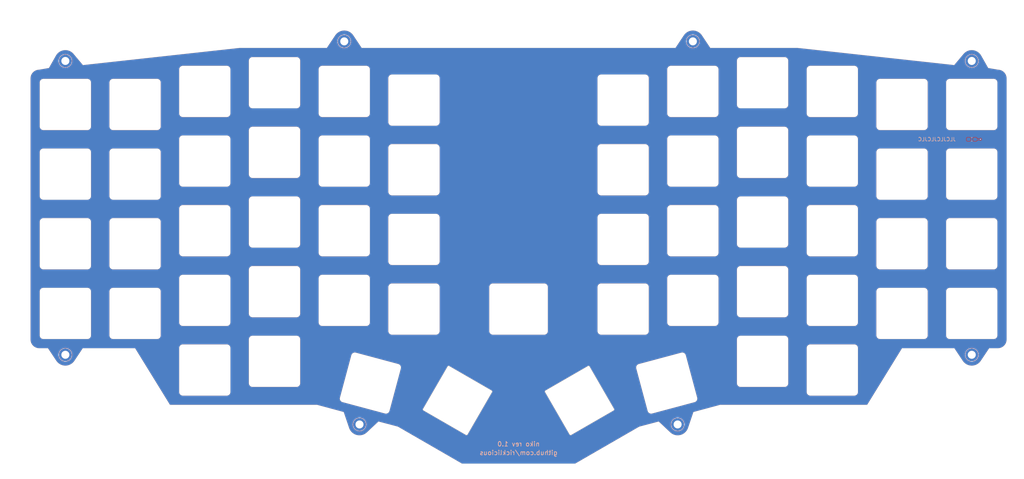
<source format=kicad_pcb>
(kicad_pcb (version 20171130) (host pcbnew "(5.1.4-0)")
  (layers (0 F.Cu signal) (31 B.Cu signal) (34 B.Paste user) (35 F.Paste user) (36 B.SilkS user) (37 F.SilkS user) (38 B.Mask user) (39 F.Mask user) (44 Edge.Cuts user))
  (net 0 "")
  (net 1 GND)
  (module Keeb_footprints:MX100_cutout_plated (layer F.Cu) (at 321.4701 90.48788)
    (fp_text reference U60)
    (fp_text value HOLE)
    (fp_arc (start -6 -6) (end -6 -7) (angle -90) (layer Edge.Cuts) (width 0.05))
    (fp_arc (start 6 6) (end 6 7) (angle -90) (layer Edge.Cuts) (width 0.05))
    (fp_arc (start 6 -6) (end 7 -6) (angle -90) (layer Edge.Cuts) (width 0.05))
    (fp_arc (start -6 6) (end -7 6) (angle -90) (layer Edge.Cuts) (width 0.05))
    (fp_line (start -6 7) (end 6 7) (layer Edge.Cuts) (width 0.05))
    (fp_line (start 7 -6) (end 7 6) (layer Edge.Cuts) (width 0.05))
    (fp_line (start -6 -7) (end 6 -7) (layer Edge.Cuts) (width 0.05))
    (fp_line (start -7 6) (end -7 -6) (layer Edge.Cuts) (width 0.05))
  )
  (module Keeb_footprints:MX100_cutout_plated (layer F.Cu) (at 302.42002 90.48788)
    (fp_text reference U59)
    (fp_text value HOLE)
    (fp_arc (start -6 -6) (end -6 -7) (angle -90) (layer Edge.Cuts) (width 0.05))
    (fp_arc (start 6 6) (end 6 7) (angle -90) (layer Edge.Cuts) (width 0.05))
    (fp_arc (start 6 -6) (end 7 -6) (angle -90) (layer Edge.Cuts) (width 0.05))
    (fp_arc (start -6 6) (end -7 6) (angle -90) (layer Edge.Cuts) (width 0.05))
    (fp_line (start -6 7) (end 6 7) (layer Edge.Cuts) (width 0.05))
    (fp_line (start 7 -6) (end 7 6) (layer Edge.Cuts) (width 0.05))
    (fp_line (start -6 -7) (end 6 -7) (layer Edge.Cuts) (width 0.05))
    (fp_line (start -7 6) (end -7 -6) (layer Edge.Cuts) (width 0.05))
  )
  (module Keeb_footprints:MX100_cutout_plated (layer F.Cu) (at 283.36994 86.91599)
    (fp_text reference U58)
    (fp_text value HOLE)
    (fp_arc (start -6 -6) (end -6 -7) (angle -90) (layer Edge.Cuts) (width 0.05))
    (fp_arc (start 6 6) (end 6 7) (angle -90) (layer Edge.Cuts) (width 0.05))
    (fp_arc (start 6 -6) (end 7 -6) (angle -90) (layer Edge.Cuts) (width 0.05))
    (fp_arc (start -6 6) (end -7 6) (angle -90) (layer Edge.Cuts) (width 0.05))
    (fp_line (start -6 7) (end 6 7) (layer Edge.Cuts) (width 0.05))
    (fp_line (start 7 -6) (end 7 6) (layer Edge.Cuts) (width 0.05))
    (fp_line (start -6 -7) (end 6 -7) (layer Edge.Cuts) (width 0.05))
    (fp_line (start -7 6) (end -7 -6) (layer Edge.Cuts) (width 0.05))
  )
  (module Keeb_footprints:MX100_cutout_plated (layer F.Cu) (at 264.31986 84.53473)
    (fp_text reference U57)
    (fp_text value HOLE)
    (fp_arc (start -6 -6) (end -6 -7) (angle -90) (layer Edge.Cuts) (width 0.05))
    (fp_arc (start 6 6) (end 6 7) (angle -90) (layer Edge.Cuts) (width 0.05))
    (fp_arc (start 6 -6) (end 7 -6) (angle -90) (layer Edge.Cuts) (width 0.05))
    (fp_arc (start -6 6) (end -7 6) (angle -90) (layer Edge.Cuts) (width 0.05))
    (fp_line (start -6 7) (end 6 7) (layer Edge.Cuts) (width 0.05))
    (fp_line (start 7 -6) (end 7 6) (layer Edge.Cuts) (width 0.05))
    (fp_line (start -6 -7) (end 6 -7) (layer Edge.Cuts) (width 0.05))
    (fp_line (start -7 6) (end -7 -6) (layer Edge.Cuts) (width 0.05))
  )
  (module Keeb_footprints:MX100_cutout_plated (layer F.Cu) (at 245.26978 86.91599)
    (fp_text reference U56)
    (fp_text value HOLE)
    (fp_arc (start -6 -6) (end -6 -7) (angle -90) (layer Edge.Cuts) (width 0.05))
    (fp_arc (start 6 6) (end 6 7) (angle -90) (layer Edge.Cuts) (width 0.05))
    (fp_arc (start 6 -6) (end 7 -6) (angle -90) (layer Edge.Cuts) (width 0.05))
    (fp_arc (start -6 6) (end -7 6) (angle -90) (layer Edge.Cuts) (width 0.05))
    (fp_line (start -6 7) (end 6 7) (layer Edge.Cuts) (width 0.05))
    (fp_line (start 7 -6) (end 7 6) (layer Edge.Cuts) (width 0.05))
    (fp_line (start -6 -7) (end 6 -7) (layer Edge.Cuts) (width 0.05))
    (fp_line (start -7 6) (end -7 -6) (layer Edge.Cuts) (width 0.05))
  )
  (module Keeb_footprints:MX100_cutout_plated (layer F.Cu) (at 226.2197 89.29725)
    (fp_text reference U55)
    (fp_text value HOLE)
    (fp_arc (start -6 -6) (end -6 -7) (angle -90) (layer Edge.Cuts) (width 0.05))
    (fp_arc (start 6 6) (end 6 7) (angle -90) (layer Edge.Cuts) (width 0.05))
    (fp_arc (start 6 -6) (end 7 -6) (angle -90) (layer Edge.Cuts) (width 0.05))
    (fp_arc (start -6 6) (end -7 6) (angle -90) (layer Edge.Cuts) (width 0.05))
    (fp_line (start -6 7) (end 6 7) (layer Edge.Cuts) (width 0.05))
    (fp_line (start 7 -6) (end 7 6) (layer Edge.Cuts) (width 0.05))
    (fp_line (start -6 -7) (end 6 -7) (layer Edge.Cuts) (width 0.05))
    (fp_line (start -7 6) (end -7 -6) (layer Edge.Cuts) (width 0.05))
  )
  (module Keeb_footprints:MX100_cutout_plated (layer F.Cu) (at 169.06946 89.29725)
    (fp_text reference U54)
    (fp_text value HOLE)
    (fp_arc (start -6 -6) (end -6 -7) (angle -90) (layer Edge.Cuts) (width 0.05))
    (fp_arc (start 6 6) (end 6 7) (angle -90) (layer Edge.Cuts) (width 0.05))
    (fp_arc (start 6 -6) (end 7 -6) (angle -90) (layer Edge.Cuts) (width 0.05))
    (fp_arc (start -6 6) (end -7 6) (angle -90) (layer Edge.Cuts) (width 0.05))
    (fp_line (start -6 7) (end 6 7) (layer Edge.Cuts) (width 0.05))
    (fp_line (start 7 -6) (end 7 6) (layer Edge.Cuts) (width 0.05))
    (fp_line (start -6 -7) (end 6 -7) (layer Edge.Cuts) (width 0.05))
    (fp_line (start -7 6) (end -7 -6) (layer Edge.Cuts) (width 0.05))
  )
  (module Keeb_footprints:MX100_cutout_plated (layer F.Cu) (at 150.01938 86.91599)
    (fp_text reference U53)
    (fp_text value HOLE)
    (fp_arc (start -6 -6) (end -6 -7) (angle -90) (layer Edge.Cuts) (width 0.05))
    (fp_arc (start 6 6) (end 6 7) (angle -90) (layer Edge.Cuts) (width 0.05))
    (fp_arc (start 6 -6) (end 7 -6) (angle -90) (layer Edge.Cuts) (width 0.05))
    (fp_arc (start -6 6) (end -7 6) (angle -90) (layer Edge.Cuts) (width 0.05))
    (fp_line (start -6 7) (end 6 7) (layer Edge.Cuts) (width 0.05))
    (fp_line (start 7 -6) (end 7 6) (layer Edge.Cuts) (width 0.05))
    (fp_line (start -6 -7) (end 6 -7) (layer Edge.Cuts) (width 0.05))
    (fp_line (start -7 6) (end -7 -6) (layer Edge.Cuts) (width 0.05))
  )
  (module Keeb_footprints:MX100_cutout_plated (layer F.Cu) (at 130.9693 84.53473)
    (fp_text reference U52)
    (fp_text value HOLE)
    (fp_arc (start -6 -6) (end -6 -7) (angle -90) (layer Edge.Cuts) (width 0.05))
    (fp_arc (start 6 6) (end 6 7) (angle -90) (layer Edge.Cuts) (width 0.05))
    (fp_arc (start 6 -6) (end 7 -6) (angle -90) (layer Edge.Cuts) (width 0.05))
    (fp_arc (start -6 6) (end -7 6) (angle -90) (layer Edge.Cuts) (width 0.05))
    (fp_line (start -6 7) (end 6 7) (layer Edge.Cuts) (width 0.05))
    (fp_line (start 7 -6) (end 7 6) (layer Edge.Cuts) (width 0.05))
    (fp_line (start -6 -7) (end 6 -7) (layer Edge.Cuts) (width 0.05))
    (fp_line (start -7 6) (end -7 -6) (layer Edge.Cuts) (width 0.05))
  )
  (module Keeb_footprints:MX100_cutout_plated (layer F.Cu) (at 111.91922 86.91599)
    (fp_text reference U51)
    (fp_text value HOLE)
    (fp_arc (start -6 -6) (end -6 -7) (angle -90) (layer Edge.Cuts) (width 0.05))
    (fp_arc (start 6 6) (end 6 7) (angle -90) (layer Edge.Cuts) (width 0.05))
    (fp_arc (start 6 -6) (end 7 -6) (angle -90) (layer Edge.Cuts) (width 0.05))
    (fp_arc (start -6 6) (end -7 6) (angle -90) (layer Edge.Cuts) (width 0.05))
    (fp_line (start -6 7) (end 6 7) (layer Edge.Cuts) (width 0.05))
    (fp_line (start 7 -6) (end 7 6) (layer Edge.Cuts) (width 0.05))
    (fp_line (start -6 -7) (end 6 -7) (layer Edge.Cuts) (width 0.05))
    (fp_line (start -7 6) (end -7 -6) (layer Edge.Cuts) (width 0.05))
  )
  (module Keeb_footprints:MX100_cutout_plated (layer F.Cu) (at 92.86914 90.48788)
    (fp_text reference U50)
    (fp_text value HOLE)
    (fp_arc (start -6 -6) (end -6 -7) (angle -90) (layer Edge.Cuts) (width 0.05))
    (fp_arc (start 6 6) (end 6 7) (angle -90) (layer Edge.Cuts) (width 0.05))
    (fp_arc (start 6 -6) (end 7 -6) (angle -90) (layer Edge.Cuts) (width 0.05))
    (fp_arc (start -6 6) (end -7 6) (angle -90) (layer Edge.Cuts) (width 0.05))
    (fp_line (start -6 7) (end 6 7) (layer Edge.Cuts) (width 0.05))
    (fp_line (start 7 -6) (end 7 6) (layer Edge.Cuts) (width 0.05))
    (fp_line (start -6 -7) (end 6 -7) (layer Edge.Cuts) (width 0.05))
    (fp_line (start -7 6) (end -7 -6) (layer Edge.Cuts) (width 0.05))
  )
  (module Keeb_footprints:MX100_cutout_plated (layer F.Cu) (at 73.81906 90.48788)
    (fp_text reference U49)
    (fp_text value HOLE)
    (fp_arc (start -6 -6) (end -6 -7) (angle -90) (layer Edge.Cuts) (width 0.05))
    (fp_arc (start 6 6) (end 6 7) (angle -90) (layer Edge.Cuts) (width 0.05))
    (fp_arc (start 6 -6) (end 7 -6) (angle -90) (layer Edge.Cuts) (width 0.05))
    (fp_arc (start -6 6) (end -7 6) (angle -90) (layer Edge.Cuts) (width 0.05))
    (fp_line (start -6 7) (end 6 7) (layer Edge.Cuts) (width 0.05))
    (fp_line (start 7 -6) (end 7 6) (layer Edge.Cuts) (width 0.05))
    (fp_line (start -6 -7) (end 6 -7) (layer Edge.Cuts) (width 0.05))
    (fp_line (start -7 6) (end -7 -6) (layer Edge.Cuts) (width 0.05))
  )
  (module Keeb_footprints:MX100_cutout_plated (layer F.Cu) (at 283.36994 163.11631)
    (fp_text reference U46)
    (fp_text value HOLE)
    (fp_arc (start -6 -6) (end -6 -7) (angle -90) (layer Edge.Cuts) (width 0.05))
    (fp_arc (start 6 6) (end 6 7) (angle -90) (layer Edge.Cuts) (width 0.05))
    (fp_arc (start 6 -6) (end 7 -6) (angle -90) (layer Edge.Cuts) (width 0.05))
    (fp_arc (start -6 6) (end -7 6) (angle -90) (layer Edge.Cuts) (width 0.05))
    (fp_line (start -6 7) (end 6 7) (layer Edge.Cuts) (width 0.05))
    (fp_line (start 7 -6) (end 7 6) (layer Edge.Cuts) (width 0.05))
    (fp_line (start -6 -7) (end 6 -7) (layer Edge.Cuts) (width 0.05))
    (fp_line (start -7 6) (end -7 -6) (layer Edge.Cuts) (width 0.05))
  )
  (module Keeb_footprints:MX100_cutout_plated (layer F.Cu) (at 264.31986 160.73505)
    (fp_text reference U45)
    (fp_text value HOLE)
    (fp_arc (start -6 -6) (end -6 -7) (angle -90) (layer Edge.Cuts) (width 0.05))
    (fp_arc (start 6 6) (end 6 7) (angle -90) (layer Edge.Cuts) (width 0.05))
    (fp_arc (start 6 -6) (end 7 -6) (angle -90) (layer Edge.Cuts) (width 0.05))
    (fp_arc (start -6 6) (end -7 6) (angle -90) (layer Edge.Cuts) (width 0.05))
    (fp_line (start -6 7) (end 6 7) (layer Edge.Cuts) (width 0.05))
    (fp_line (start 7 -6) (end 7 6) (layer Edge.Cuts) (width 0.05))
    (fp_line (start -6 -7) (end 6 -7) (layer Edge.Cuts) (width 0.05))
    (fp_line (start -7 6) (end -7 -6) (layer Edge.Cuts) (width 0.05))
  )
  (module Keeb_footprints:MX100_cutout_plated (layer F.Cu) (at 238.126 166.6882 195)
    (fp_text reference U44)
    (fp_text value HOLE)
    (fp_arc (start -6 -6) (end -6 -7) (angle -90) (layer Edge.Cuts) (width 0.05))
    (fp_arc (start 6 6) (end 6 7) (angle -90) (layer Edge.Cuts) (width 0.05))
    (fp_arc (start 6 -6) (end 7 -6) (angle -90) (layer Edge.Cuts) (width 0.05))
    (fp_arc (start -6 6) (end -7 6) (angle -90) (layer Edge.Cuts) (width 0.05))
    (fp_line (start -6 7) (end 6 7) (layer Edge.Cuts) (width 0.05))
    (fp_line (start 7 -6) (end 7 6) (layer Edge.Cuts) (width 0.05))
    (fp_line (start -6 -7) (end 6 -7) (layer Edge.Cuts) (width 0.05))
    (fp_line (start -7 6) (end -7 -6) (layer Edge.Cuts) (width 0.05))
  )
  (module Keeb_footprints:MX_150_cutout_plated (layer F.Cu) (at 214.3134 171.45072 120)
    (fp_text reference U43)
    (fp_text value HOLE hide)
    (fp_line (start 7 6.7) (end 7 -6.7) (layer Edge.Cuts) (width 0.1))
    (fp_line (start -7 6.7) (end -7 -6.7) (layer Edge.Cuts) (width 0.1))
    (fp_line (start 6.7 7) (end -6.7 7) (layer Edge.Cuts) (width 0.1))
    (fp_line (start 6.7 -7) (end -6.7 -7) (layer Edge.Cuts) (width 0.1))
    (fp_arc (start -6.7 6.7) (end -7 6.7) (angle -90) (layer Edge.Cuts) (width 0.1))
    (fp_arc (start -6.7 -6.7) (end -6.7 -7) (angle -90) (layer Edge.Cuts) (width 0.1))
    (fp_arc (start 6.7 -6.7) (end 7 -6.7) (angle -90) (layer Edge.Cuts) (width 0.1))
    (fp_arc (start 6.7 6.7) (end 6.7 7) (angle -90) (layer Edge.Cuts) (width 0.1))
  )
  (module Keeb_footprints:MX_150_cutout_plated (layer F.Cu) (at 180.97576 171.45072 60)
    (fp_text reference U42)
    (fp_text value HOLE hide)
    (fp_line (start 7 6.7) (end 7 -6.7) (layer Edge.Cuts) (width 0.1))
    (fp_line (start -7 6.7) (end -7 -6.7) (layer Edge.Cuts) (width 0.1))
    (fp_line (start 6.7 7) (end -6.7 7) (layer Edge.Cuts) (width 0.1))
    (fp_line (start 6.7 -7) (end -6.7 -7) (layer Edge.Cuts) (width 0.1))
    (fp_arc (start -6.7 6.7) (end -7 6.7) (angle -90) (layer Edge.Cuts) (width 0.1))
    (fp_arc (start -6.7 -6.7) (end -6.7 -7) (angle -90) (layer Edge.Cuts) (width 0.1))
    (fp_arc (start 6.7 -6.7) (end 7 -6.7) (angle -90) (layer Edge.Cuts) (width 0.1))
    (fp_arc (start 6.7 6.7) (end 6.7 7) (angle -90) (layer Edge.Cuts) (width 0.1))
  )
  (module Keeb_footprints:MX100_cutout_plated (layer F.Cu) (at 157.16316 166.6882 165)
    (fp_text reference U41)
    (fp_text value HOLE)
    (fp_arc (start -6 -6) (end -6 -7) (angle -90) (layer Edge.Cuts) (width 0.05))
    (fp_arc (start 6 6) (end 6 7) (angle -90) (layer Edge.Cuts) (width 0.05))
    (fp_arc (start 6 -6) (end 7 -6) (angle -90) (layer Edge.Cuts) (width 0.05))
    (fp_arc (start -6 6) (end -7 6) (angle -90) (layer Edge.Cuts) (width 0.05))
    (fp_line (start -6 7) (end 6 7) (layer Edge.Cuts) (width 0.05))
    (fp_line (start 7 -6) (end 7 6) (layer Edge.Cuts) (width 0.05))
    (fp_line (start -6 -7) (end 6 -7) (layer Edge.Cuts) (width 0.05))
    (fp_line (start -7 6) (end -7 -6) (layer Edge.Cuts) (width 0.05))
  )
  (module Keeb_footprints:MX100_cutout_plated (layer F.Cu) (at 130.9693 160.73505)
    (fp_text reference U40)
    (fp_text value HOLE)
    (fp_arc (start -6 -6) (end -6 -7) (angle -90) (layer Edge.Cuts) (width 0.05))
    (fp_arc (start 6 6) (end 6 7) (angle -90) (layer Edge.Cuts) (width 0.05))
    (fp_arc (start 6 -6) (end 7 -6) (angle -90) (layer Edge.Cuts) (width 0.05))
    (fp_arc (start -6 6) (end -7 6) (angle -90) (layer Edge.Cuts) (width 0.05))
    (fp_line (start -6 7) (end 6 7) (layer Edge.Cuts) (width 0.05))
    (fp_line (start 7 -6) (end 7 6) (layer Edge.Cuts) (width 0.05))
    (fp_line (start -6 -7) (end 6 -7) (layer Edge.Cuts) (width 0.05))
    (fp_line (start -7 6) (end -7 -6) (layer Edge.Cuts) (width 0.05))
  )
  (module Keeb_footprints:MX100_cutout_plated (layer F.Cu) (at 111.91922 163.11631)
    (fp_text reference U39)
    (fp_text value HOLE)
    (fp_arc (start -6 -6) (end -6 -7) (angle -90) (layer Edge.Cuts) (width 0.05))
    (fp_arc (start 6 6) (end 6 7) (angle -90) (layer Edge.Cuts) (width 0.05))
    (fp_arc (start 6 -6) (end 7 -6) (angle -90) (layer Edge.Cuts) (width 0.05))
    (fp_arc (start -6 6) (end -7 6) (angle -90) (layer Edge.Cuts) (width 0.05))
    (fp_line (start -6 7) (end 6 7) (layer Edge.Cuts) (width 0.05))
    (fp_line (start 7 -6) (end 7 6) (layer Edge.Cuts) (width 0.05))
    (fp_line (start -6 -7) (end 6 -7) (layer Edge.Cuts) (width 0.05))
    (fp_line (start -7 6) (end -7 -6) (layer Edge.Cuts) (width 0.05))
  )
  (module Keeb_footprints:MX100_cutout_plated (layer F.Cu) (at 321.4701 147.63812)
    (fp_text reference U36)
    (fp_text value HOLE)
    (fp_arc (start -6 -6) (end -6 -7) (angle -90) (layer Edge.Cuts) (width 0.05))
    (fp_arc (start 6 6) (end 6 7) (angle -90) (layer Edge.Cuts) (width 0.05))
    (fp_arc (start 6 -6) (end 7 -6) (angle -90) (layer Edge.Cuts) (width 0.05))
    (fp_arc (start -6 6) (end -7 6) (angle -90) (layer Edge.Cuts) (width 0.05))
    (fp_line (start -6 7) (end 6 7) (layer Edge.Cuts) (width 0.05))
    (fp_line (start 7 -6) (end 7 6) (layer Edge.Cuts) (width 0.05))
    (fp_line (start -6 -7) (end 6 -7) (layer Edge.Cuts) (width 0.05))
    (fp_line (start -7 6) (end -7 -6) (layer Edge.Cuts) (width 0.05))
  )
  (module Keeb_footprints:MX100_cutout_plated (layer F.Cu) (at 302.42002 147.63812)
    (fp_text reference U35)
    (fp_text value HOLE)
    (fp_arc (start -6 -6) (end -6 -7) (angle -90) (layer Edge.Cuts) (width 0.05))
    (fp_arc (start 6 6) (end 6 7) (angle -90) (layer Edge.Cuts) (width 0.05))
    (fp_arc (start 6 -6) (end 7 -6) (angle -90) (layer Edge.Cuts) (width 0.05))
    (fp_arc (start -6 6) (end -7 6) (angle -90) (layer Edge.Cuts) (width 0.05))
    (fp_line (start -6 7) (end 6 7) (layer Edge.Cuts) (width 0.05))
    (fp_line (start 7 -6) (end 7 6) (layer Edge.Cuts) (width 0.05))
    (fp_line (start -6 -7) (end 6 -7) (layer Edge.Cuts) (width 0.05))
    (fp_line (start -7 6) (end -7 -6) (layer Edge.Cuts) (width 0.05))
  )
  (module Keeb_footprints:MX100_cutout_plated (layer F.Cu) (at 283.36994 144.06623)
    (fp_text reference U34)
    (fp_text value HOLE)
    (fp_arc (start -6 -6) (end -6 -7) (angle -90) (layer Edge.Cuts) (width 0.05))
    (fp_arc (start 6 6) (end 6 7) (angle -90) (layer Edge.Cuts) (width 0.05))
    (fp_arc (start 6 -6) (end 7 -6) (angle -90) (layer Edge.Cuts) (width 0.05))
    (fp_arc (start -6 6) (end -7 6) (angle -90) (layer Edge.Cuts) (width 0.05))
    (fp_line (start -6 7) (end 6 7) (layer Edge.Cuts) (width 0.05))
    (fp_line (start 7 -6) (end 7 6) (layer Edge.Cuts) (width 0.05))
    (fp_line (start -6 -7) (end 6 -7) (layer Edge.Cuts) (width 0.05))
    (fp_line (start -7 6) (end -7 -6) (layer Edge.Cuts) (width 0.05))
  )
  (module Keeb_footprints:MX100_cutout_plated (layer F.Cu) (at 264.31986 141.68497)
    (fp_text reference U33)
    (fp_text value HOLE)
    (fp_arc (start -6 -6) (end -6 -7) (angle -90) (layer Edge.Cuts) (width 0.05))
    (fp_arc (start 6 6) (end 6 7) (angle -90) (layer Edge.Cuts) (width 0.05))
    (fp_arc (start 6 -6) (end 7 -6) (angle -90) (layer Edge.Cuts) (width 0.05))
    (fp_arc (start -6 6) (end -7 6) (angle -90) (layer Edge.Cuts) (width 0.05))
    (fp_line (start -6 7) (end 6 7) (layer Edge.Cuts) (width 0.05))
    (fp_line (start 7 -6) (end 7 6) (layer Edge.Cuts) (width 0.05))
    (fp_line (start -6 -7) (end 6 -7) (layer Edge.Cuts) (width 0.05))
    (fp_line (start -7 6) (end -7 -6) (layer Edge.Cuts) (width 0.05))
  )
  (module Keeb_footprints:MX100_cutout_plated (layer F.Cu) (at 245.26978 144.06623)
    (fp_text reference U32)
    (fp_text value HOLE)
    (fp_arc (start -6 -6) (end -6 -7) (angle -90) (layer Edge.Cuts) (width 0.05))
    (fp_arc (start 6 6) (end 6 7) (angle -90) (layer Edge.Cuts) (width 0.05))
    (fp_arc (start 6 -6) (end 7 -6) (angle -90) (layer Edge.Cuts) (width 0.05))
    (fp_arc (start -6 6) (end -7 6) (angle -90) (layer Edge.Cuts) (width 0.05))
    (fp_line (start -6 7) (end 6 7) (layer Edge.Cuts) (width 0.05))
    (fp_line (start 7 -6) (end 7 6) (layer Edge.Cuts) (width 0.05))
    (fp_line (start -6 -7) (end 6 -7) (layer Edge.Cuts) (width 0.05))
    (fp_line (start -7 6) (end -7 -6) (layer Edge.Cuts) (width 0.05))
  )
  (module Keeb_footprints:MX100_cutout_plated (layer F.Cu) (at 226.2197 146.44749)
    (fp_text reference U31)
    (fp_text value HOLE)
    (fp_arc (start -6 -6) (end -6 -7) (angle -90) (layer Edge.Cuts) (width 0.05))
    (fp_arc (start 6 6) (end 6 7) (angle -90) (layer Edge.Cuts) (width 0.05))
    (fp_arc (start 6 -6) (end 7 -6) (angle -90) (layer Edge.Cuts) (width 0.05))
    (fp_arc (start -6 6) (end -7 6) (angle -90) (layer Edge.Cuts) (width 0.05))
    (fp_line (start -6 7) (end 6 7) (layer Edge.Cuts) (width 0.05))
    (fp_line (start 7 -6) (end 7 6) (layer Edge.Cuts) (width 0.05))
    (fp_line (start -6 -7) (end 6 -7) (layer Edge.Cuts) (width 0.05))
    (fp_line (start -7 6) (end -7 -6) (layer Edge.Cuts) (width 0.05))
  )
  (module Keeb_footprints:MX100_cutout_plated (layer F.Cu) (at 169.06946 146.44749)
    (fp_text reference U30)
    (fp_text value HOLE)
    (fp_arc (start -6 -6) (end -6 -7) (angle -90) (layer Edge.Cuts) (width 0.05))
    (fp_arc (start 6 6) (end 6 7) (angle -90) (layer Edge.Cuts) (width 0.05))
    (fp_arc (start 6 -6) (end 7 -6) (angle -90) (layer Edge.Cuts) (width 0.05))
    (fp_arc (start -6 6) (end -7 6) (angle -90) (layer Edge.Cuts) (width 0.05))
    (fp_line (start -6 7) (end 6 7) (layer Edge.Cuts) (width 0.05))
    (fp_line (start 7 -6) (end 7 6) (layer Edge.Cuts) (width 0.05))
    (fp_line (start -6 -7) (end 6 -7) (layer Edge.Cuts) (width 0.05))
    (fp_line (start -7 6) (end -7 -6) (layer Edge.Cuts) (width 0.05))
  )
  (module Keeb_footprints:MX100_cutout_plated (layer F.Cu) (at 150.01938 144.06623)
    (fp_text reference U29)
    (fp_text value HOLE)
    (fp_arc (start -6 -6) (end -6 -7) (angle -90) (layer Edge.Cuts) (width 0.05))
    (fp_arc (start 6 6) (end 6 7) (angle -90) (layer Edge.Cuts) (width 0.05))
    (fp_arc (start 6 -6) (end 7 -6) (angle -90) (layer Edge.Cuts) (width 0.05))
    (fp_arc (start -6 6) (end -7 6) (angle -90) (layer Edge.Cuts) (width 0.05))
    (fp_line (start -6 7) (end 6 7) (layer Edge.Cuts) (width 0.05))
    (fp_line (start 7 -6) (end 7 6) (layer Edge.Cuts) (width 0.05))
    (fp_line (start -6 -7) (end 6 -7) (layer Edge.Cuts) (width 0.05))
    (fp_line (start -7 6) (end -7 -6) (layer Edge.Cuts) (width 0.05))
  )
  (module Keeb_footprints:MX100_cutout_plated (layer F.Cu) (at 130.9693 141.68497)
    (fp_text reference U28)
    (fp_text value HOLE)
    (fp_arc (start -6 -6) (end -6 -7) (angle -90) (layer Edge.Cuts) (width 0.05))
    (fp_arc (start 6 6) (end 6 7) (angle -90) (layer Edge.Cuts) (width 0.05))
    (fp_arc (start 6 -6) (end 7 -6) (angle -90) (layer Edge.Cuts) (width 0.05))
    (fp_arc (start -6 6) (end -7 6) (angle -90) (layer Edge.Cuts) (width 0.05))
    (fp_line (start -6 7) (end 6 7) (layer Edge.Cuts) (width 0.05))
    (fp_line (start 7 -6) (end 7 6) (layer Edge.Cuts) (width 0.05))
    (fp_line (start -6 -7) (end 6 -7) (layer Edge.Cuts) (width 0.05))
    (fp_line (start -7 6) (end -7 -6) (layer Edge.Cuts) (width 0.05))
  )
  (module Keeb_footprints:MX100_cutout_plated (layer F.Cu) (at 111.91922 144.06623)
    (fp_text reference U27)
    (fp_text value HOLE)
    (fp_arc (start -6 -6) (end -6 -7) (angle -90) (layer Edge.Cuts) (width 0.05))
    (fp_arc (start 6 6) (end 6 7) (angle -90) (layer Edge.Cuts) (width 0.05))
    (fp_arc (start 6 -6) (end 7 -6) (angle -90) (layer Edge.Cuts) (width 0.05))
    (fp_arc (start -6 6) (end -7 6) (angle -90) (layer Edge.Cuts) (width 0.05))
    (fp_line (start -6 7) (end 6 7) (layer Edge.Cuts) (width 0.05))
    (fp_line (start 7 -6) (end 7 6) (layer Edge.Cuts) (width 0.05))
    (fp_line (start -6 -7) (end 6 -7) (layer Edge.Cuts) (width 0.05))
    (fp_line (start -7 6) (end -7 -6) (layer Edge.Cuts) (width 0.05))
  )
  (module Keeb_footprints:MX100_cutout_plated (layer F.Cu) (at 92.86914 147.63812)
    (fp_text reference U26)
    (fp_text value HOLE)
    (fp_arc (start -6 -6) (end -6 -7) (angle -90) (layer Edge.Cuts) (width 0.05))
    (fp_arc (start 6 6) (end 6 7) (angle -90) (layer Edge.Cuts) (width 0.05))
    (fp_arc (start 6 -6) (end 7 -6) (angle -90) (layer Edge.Cuts) (width 0.05))
    (fp_arc (start -6 6) (end -7 6) (angle -90) (layer Edge.Cuts) (width 0.05))
    (fp_line (start -6 7) (end 6 7) (layer Edge.Cuts) (width 0.05))
    (fp_line (start 7 -6) (end 7 6) (layer Edge.Cuts) (width 0.05))
    (fp_line (start -6 -7) (end 6 -7) (layer Edge.Cuts) (width 0.05))
    (fp_line (start -7 6) (end -7 -6) (layer Edge.Cuts) (width 0.05))
  )
  (module Keeb_footprints:MX100_cutout_plated (layer F.Cu) (at 73.81906 147.63812)
    (fp_text reference U25)
    (fp_text value HOLE)
    (fp_arc (start -6 -6) (end -6 -7) (angle -90) (layer Edge.Cuts) (width 0.05))
    (fp_arc (start 6 6) (end 6 7) (angle -90) (layer Edge.Cuts) (width 0.05))
    (fp_arc (start 6 -6) (end 7 -6) (angle -90) (layer Edge.Cuts) (width 0.05))
    (fp_arc (start -6 6) (end -7 6) (angle -90) (layer Edge.Cuts) (width 0.05))
    (fp_line (start -6 7) (end 6 7) (layer Edge.Cuts) (width 0.05))
    (fp_line (start 7 -6) (end 7 6) (layer Edge.Cuts) (width 0.05))
    (fp_line (start -6 -7) (end 6 -7) (layer Edge.Cuts) (width 0.05))
    (fp_line (start -7 6) (end -7 -6) (layer Edge.Cuts) (width 0.05))
  )
  (module Keeb_footprints:MX100_cutout_plated (layer F.Cu) (at 321.4701 128.58804)
    (fp_text reference U24)
    (fp_text value HOLE)
    (fp_arc (start -6 -6) (end -6 -7) (angle -90) (layer Edge.Cuts) (width 0.05))
    (fp_arc (start 6 6) (end 6 7) (angle -90) (layer Edge.Cuts) (width 0.05))
    (fp_arc (start 6 -6) (end 7 -6) (angle -90) (layer Edge.Cuts) (width 0.05))
    (fp_arc (start -6 6) (end -7 6) (angle -90) (layer Edge.Cuts) (width 0.05))
    (fp_line (start -6 7) (end 6 7) (layer Edge.Cuts) (width 0.05))
    (fp_line (start 7 -6) (end 7 6) (layer Edge.Cuts) (width 0.05))
    (fp_line (start -6 -7) (end 6 -7) (layer Edge.Cuts) (width 0.05))
    (fp_line (start -7 6) (end -7 -6) (layer Edge.Cuts) (width 0.05))
  )
  (module Keeb_footprints:MX100_cutout_plated (layer F.Cu) (at 302.42002 128.58804)
    (fp_text reference U23)
    (fp_text value HOLE)
    (fp_arc (start -6 -6) (end -6 -7) (angle -90) (layer Edge.Cuts) (width 0.05))
    (fp_arc (start 6 6) (end 6 7) (angle -90) (layer Edge.Cuts) (width 0.05))
    (fp_arc (start 6 -6) (end 7 -6) (angle -90) (layer Edge.Cuts) (width 0.05))
    (fp_arc (start -6 6) (end -7 6) (angle -90) (layer Edge.Cuts) (width 0.05))
    (fp_line (start -6 7) (end 6 7) (layer Edge.Cuts) (width 0.05))
    (fp_line (start 7 -6) (end 7 6) (layer Edge.Cuts) (width 0.05))
    (fp_line (start -6 -7) (end 6 -7) (layer Edge.Cuts) (width 0.05))
    (fp_line (start -7 6) (end -7 -6) (layer Edge.Cuts) (width 0.05))
  )
  (module Keeb_footprints:MX100_cutout_plated (layer F.Cu) (at 283.36994 125.01615)
    (fp_text reference U22)
    (fp_text value HOLE)
    (fp_arc (start -6 -6) (end -6 -7) (angle -90) (layer Edge.Cuts) (width 0.05))
    (fp_arc (start 6 6) (end 6 7) (angle -90) (layer Edge.Cuts) (width 0.05))
    (fp_arc (start 6 -6) (end 7 -6) (angle -90) (layer Edge.Cuts) (width 0.05))
    (fp_arc (start -6 6) (end -7 6) (angle -90) (layer Edge.Cuts) (width 0.05))
    (fp_line (start -6 7) (end 6 7) (layer Edge.Cuts) (width 0.05))
    (fp_line (start 7 -6) (end 7 6) (layer Edge.Cuts) (width 0.05))
    (fp_line (start -6 -7) (end 6 -7) (layer Edge.Cuts) (width 0.05))
    (fp_line (start -7 6) (end -7 -6) (layer Edge.Cuts) (width 0.05))
  )
  (module Keeb_footprints:MX100_cutout_plated (layer F.Cu) (at 264.31986 122.63489)
    (fp_text reference U21)
    (fp_text value HOLE)
    (fp_arc (start -6 -6) (end -6 -7) (angle -90) (layer Edge.Cuts) (width 0.05))
    (fp_arc (start 6 6) (end 6 7) (angle -90) (layer Edge.Cuts) (width 0.05))
    (fp_arc (start 6 -6) (end 7 -6) (angle -90) (layer Edge.Cuts) (width 0.05))
    (fp_arc (start -6 6) (end -7 6) (angle -90) (layer Edge.Cuts) (width 0.05))
    (fp_line (start -6 7) (end 6 7) (layer Edge.Cuts) (width 0.05))
    (fp_line (start 7 -6) (end 7 6) (layer Edge.Cuts) (width 0.05))
    (fp_line (start -6 -7) (end 6 -7) (layer Edge.Cuts) (width 0.05))
    (fp_line (start -7 6) (end -7 -6) (layer Edge.Cuts) (width 0.05))
  )
  (module Keeb_footprints:MX100_cutout_plated (layer F.Cu) (at 245.26978 125.01615)
    (fp_text reference U20)
    (fp_text value HOLE)
    (fp_arc (start -6 -6) (end -6 -7) (angle -90) (layer Edge.Cuts) (width 0.05))
    (fp_arc (start 6 6) (end 6 7) (angle -90) (layer Edge.Cuts) (width 0.05))
    (fp_arc (start 6 -6) (end 7 -6) (angle -90) (layer Edge.Cuts) (width 0.05))
    (fp_arc (start -6 6) (end -7 6) (angle -90) (layer Edge.Cuts) (width 0.05))
    (fp_line (start -6 7) (end 6 7) (layer Edge.Cuts) (width 0.05))
    (fp_line (start 7 -6) (end 7 6) (layer Edge.Cuts) (width 0.05))
    (fp_line (start -6 -7) (end 6 -7) (layer Edge.Cuts) (width 0.05))
    (fp_line (start -7 6) (end -7 -6) (layer Edge.Cuts) (width 0.05))
  )
  (module Keeb_footprints:MX100_cutout_plated (layer F.Cu) (at 226.2197 127.39741)
    (fp_text reference U19)
    (fp_text value HOLE)
    (fp_arc (start -6 -6) (end -6 -7) (angle -90) (layer Edge.Cuts) (width 0.05))
    (fp_arc (start 6 6) (end 6 7) (angle -90) (layer Edge.Cuts) (width 0.05))
    (fp_arc (start 6 -6) (end 7 -6) (angle -90) (layer Edge.Cuts) (width 0.05))
    (fp_arc (start -6 6) (end -7 6) (angle -90) (layer Edge.Cuts) (width 0.05))
    (fp_line (start -6 7) (end 6 7) (layer Edge.Cuts) (width 0.05))
    (fp_line (start 7 -6) (end 7 6) (layer Edge.Cuts) (width 0.05))
    (fp_line (start -6 -7) (end 6 -7) (layer Edge.Cuts) (width 0.05))
    (fp_line (start -7 6) (end -7 -6) (layer Edge.Cuts) (width 0.05))
  )
  (module Keeb_footprints:MX100_cutout_plated (layer F.Cu) (at 169.06946 127.39741)
    (fp_text reference U18)
    (fp_text value HOLE)
    (fp_arc (start -6 -6) (end -6 -7) (angle -90) (layer Edge.Cuts) (width 0.05))
    (fp_arc (start 6 6) (end 6 7) (angle -90) (layer Edge.Cuts) (width 0.05))
    (fp_arc (start 6 -6) (end 7 -6) (angle -90) (layer Edge.Cuts) (width 0.05))
    (fp_arc (start -6 6) (end -7 6) (angle -90) (layer Edge.Cuts) (width 0.05))
    (fp_line (start -6 7) (end 6 7) (layer Edge.Cuts) (width 0.05))
    (fp_line (start 7 -6) (end 7 6) (layer Edge.Cuts) (width 0.05))
    (fp_line (start -6 -7) (end 6 -7) (layer Edge.Cuts) (width 0.05))
    (fp_line (start -7 6) (end -7 -6) (layer Edge.Cuts) (width 0.05))
  )
  (module Keeb_footprints:MX100_cutout_plated (layer F.Cu) (at 150.01938 125.01615)
    (fp_text reference U17)
    (fp_text value HOLE)
    (fp_arc (start -6 -6) (end -6 -7) (angle -90) (layer Edge.Cuts) (width 0.05))
    (fp_arc (start 6 6) (end 6 7) (angle -90) (layer Edge.Cuts) (width 0.05))
    (fp_arc (start 6 -6) (end 7 -6) (angle -90) (layer Edge.Cuts) (width 0.05))
    (fp_arc (start -6 6) (end -7 6) (angle -90) (layer Edge.Cuts) (width 0.05))
    (fp_line (start -6 7) (end 6 7) (layer Edge.Cuts) (width 0.05))
    (fp_line (start 7 -6) (end 7 6) (layer Edge.Cuts) (width 0.05))
    (fp_line (start -6 -7) (end 6 -7) (layer Edge.Cuts) (width 0.05))
    (fp_line (start -7 6) (end -7 -6) (layer Edge.Cuts) (width 0.05))
  )
  (module Keeb_footprints:MX100_cutout_plated (layer F.Cu) (at 130.9693 122.63489)
    (fp_text reference U16)
    (fp_text value HOLE)
    (fp_arc (start -6 -6) (end -6 -7) (angle -90) (layer Edge.Cuts) (width 0.05))
    (fp_arc (start 6 6) (end 6 7) (angle -90) (layer Edge.Cuts) (width 0.05))
    (fp_arc (start 6 -6) (end 7 -6) (angle -90) (layer Edge.Cuts) (width 0.05))
    (fp_arc (start -6 6) (end -7 6) (angle -90) (layer Edge.Cuts) (width 0.05))
    (fp_line (start -6 7) (end 6 7) (layer Edge.Cuts) (width 0.05))
    (fp_line (start 7 -6) (end 7 6) (layer Edge.Cuts) (width 0.05))
    (fp_line (start -6 -7) (end 6 -7) (layer Edge.Cuts) (width 0.05))
    (fp_line (start -7 6) (end -7 -6) (layer Edge.Cuts) (width 0.05))
  )
  (module Keeb_footprints:MX100_cutout_plated (layer F.Cu) (at 111.91922 125.01615)
    (fp_text reference U15)
    (fp_text value HOLE)
    (fp_arc (start -6 -6) (end -6 -7) (angle -90) (layer Edge.Cuts) (width 0.05))
    (fp_arc (start 6 6) (end 6 7) (angle -90) (layer Edge.Cuts) (width 0.05))
    (fp_arc (start 6 -6) (end 7 -6) (angle -90) (layer Edge.Cuts) (width 0.05))
    (fp_arc (start -6 6) (end -7 6) (angle -90) (layer Edge.Cuts) (width 0.05))
    (fp_line (start -6 7) (end 6 7) (layer Edge.Cuts) (width 0.05))
    (fp_line (start 7 -6) (end 7 6) (layer Edge.Cuts) (width 0.05))
    (fp_line (start -6 -7) (end 6 -7) (layer Edge.Cuts) (width 0.05))
    (fp_line (start -7 6) (end -7 -6) (layer Edge.Cuts) (width 0.05))
  )
  (module Keeb_footprints:MX100_cutout_plated (layer F.Cu) (at 92.86914 128.58804)
    (fp_text reference U14)
    (fp_text value HOLE)
    (fp_arc (start -6 -6) (end -6 -7) (angle -90) (layer Edge.Cuts) (width 0.05))
    (fp_arc (start 6 6) (end 6 7) (angle -90) (layer Edge.Cuts) (width 0.05))
    (fp_arc (start 6 -6) (end 7 -6) (angle -90) (layer Edge.Cuts) (width 0.05))
    (fp_arc (start -6 6) (end -7 6) (angle -90) (layer Edge.Cuts) (width 0.05))
    (fp_line (start -6 7) (end 6 7) (layer Edge.Cuts) (width 0.05))
    (fp_line (start 7 -6) (end 7 6) (layer Edge.Cuts) (width 0.05))
    (fp_line (start -6 -7) (end 6 -7) (layer Edge.Cuts) (width 0.05))
    (fp_line (start -7 6) (end -7 -6) (layer Edge.Cuts) (width 0.05))
  )
  (module Keeb_footprints:MX100_cutout_plated (layer F.Cu) (at 73.81906 128.58804)
    (fp_text reference U13)
    (fp_text value HOLE)
    (fp_arc (start -6 -6) (end -6 -7) (angle -90) (layer Edge.Cuts) (width 0.05))
    (fp_arc (start 6 6) (end 6 7) (angle -90) (layer Edge.Cuts) (width 0.05))
    (fp_arc (start 6 -6) (end 7 -6) (angle -90) (layer Edge.Cuts) (width 0.05))
    (fp_arc (start -6 6) (end -7 6) (angle -90) (layer Edge.Cuts) (width 0.05))
    (fp_line (start -6 7) (end 6 7) (layer Edge.Cuts) (width 0.05))
    (fp_line (start 7 -6) (end 7 6) (layer Edge.Cuts) (width 0.05))
    (fp_line (start -6 -7) (end 6 -7) (layer Edge.Cuts) (width 0.05))
    (fp_line (start -7 6) (end -7 -6) (layer Edge.Cuts) (width 0.05))
  )
  (module Keeb_footprints:MX100_cutout_plated (layer F.Cu) (at 321.4701 109.53796)
    (fp_text reference U12)
    (fp_text value HOLE)
    (fp_arc (start -6 -6) (end -6 -7) (angle -90) (layer Edge.Cuts) (width 0.05))
    (fp_arc (start 6 6) (end 6 7) (angle -90) (layer Edge.Cuts) (width 0.05))
    (fp_arc (start 6 -6) (end 7 -6) (angle -90) (layer Edge.Cuts) (width 0.05))
    (fp_arc (start -6 6) (end -7 6) (angle -90) (layer Edge.Cuts) (width 0.05))
    (fp_line (start -6 7) (end 6 7) (layer Edge.Cuts) (width 0.05))
    (fp_line (start 7 -6) (end 7 6) (layer Edge.Cuts) (width 0.05))
    (fp_line (start -6 -7) (end 6 -7) (layer Edge.Cuts) (width 0.05))
    (fp_line (start -7 6) (end -7 -6) (layer Edge.Cuts) (width 0.05))
  )
  (module Keeb_footprints:MX100_cutout_plated (layer F.Cu) (at 302.42002 109.53796)
    (fp_text reference U11)
    (fp_text value HOLE)
    (fp_arc (start -6 -6) (end -6 -7) (angle -90) (layer Edge.Cuts) (width 0.05))
    (fp_arc (start 6 6) (end 6 7) (angle -90) (layer Edge.Cuts) (width 0.05))
    (fp_arc (start 6 -6) (end 7 -6) (angle -90) (layer Edge.Cuts) (width 0.05))
    (fp_arc (start -6 6) (end -7 6) (angle -90) (layer Edge.Cuts) (width 0.05))
    (fp_line (start -6 7) (end 6 7) (layer Edge.Cuts) (width 0.05))
    (fp_line (start 7 -6) (end 7 6) (layer Edge.Cuts) (width 0.05))
    (fp_line (start -6 -7) (end 6 -7) (layer Edge.Cuts) (width 0.05))
    (fp_line (start -7 6) (end -7 -6) (layer Edge.Cuts) (width 0.05))
  )
  (module Keeb_footprints:MX100_cutout_plated (layer F.Cu) (at 283.36994 105.96607)
    (fp_text reference U10)
    (fp_text value HOLE)
    (fp_arc (start -6 -6) (end -6 -7) (angle -90) (layer Edge.Cuts) (width 0.05))
    (fp_arc (start 6 6) (end 6 7) (angle -90) (layer Edge.Cuts) (width 0.05))
    (fp_arc (start 6 -6) (end 7 -6) (angle -90) (layer Edge.Cuts) (width 0.05))
    (fp_arc (start -6 6) (end -7 6) (angle -90) (layer Edge.Cuts) (width 0.05))
    (fp_line (start -6 7) (end 6 7) (layer Edge.Cuts) (width 0.05))
    (fp_line (start 7 -6) (end 7 6) (layer Edge.Cuts) (width 0.05))
    (fp_line (start -6 -7) (end 6 -7) (layer Edge.Cuts) (width 0.05))
    (fp_line (start -7 6) (end -7 -6) (layer Edge.Cuts) (width 0.05))
  )
  (module Keeb_footprints:MX100_cutout_plated (layer F.Cu) (at 264.31986 103.58481)
    (fp_text reference U9)
    (fp_text value HOLE)
    (fp_arc (start -6 -6) (end -6 -7) (angle -90) (layer Edge.Cuts) (width 0.05))
    (fp_arc (start 6 6) (end 6 7) (angle -90) (layer Edge.Cuts) (width 0.05))
    (fp_arc (start 6 -6) (end 7 -6) (angle -90) (layer Edge.Cuts) (width 0.05))
    (fp_arc (start -6 6) (end -7 6) (angle -90) (layer Edge.Cuts) (width 0.05))
    (fp_line (start -6 7) (end 6 7) (layer Edge.Cuts) (width 0.05))
    (fp_line (start 7 -6) (end 7 6) (layer Edge.Cuts) (width 0.05))
    (fp_line (start -6 -7) (end 6 -7) (layer Edge.Cuts) (width 0.05))
    (fp_line (start -7 6) (end -7 -6) (layer Edge.Cuts) (width 0.05))
  )
  (module Keeb_footprints:MX100_cutout_plated (layer F.Cu) (at 245.26978 105.96607)
    (fp_text reference U8)
    (fp_text value HOLE)
    (fp_arc (start -6 -6) (end -6 -7) (angle -90) (layer Edge.Cuts) (width 0.05))
    (fp_arc (start 6 6) (end 6 7) (angle -90) (layer Edge.Cuts) (width 0.05))
    (fp_arc (start 6 -6) (end 7 -6) (angle -90) (layer Edge.Cuts) (width 0.05))
    (fp_arc (start -6 6) (end -7 6) (angle -90) (layer Edge.Cuts) (width 0.05))
    (fp_line (start -6 7) (end 6 7) (layer Edge.Cuts) (width 0.05))
    (fp_line (start 7 -6) (end 7 6) (layer Edge.Cuts) (width 0.05))
    (fp_line (start -6 -7) (end 6 -7) (layer Edge.Cuts) (width 0.05))
    (fp_line (start -7 6) (end -7 -6) (layer Edge.Cuts) (width 0.05))
  )
  (module Keeb_footprints:MX100_cutout_plated (layer F.Cu) (at 226.2197 108.34733)
    (fp_text reference U7)
    (fp_text value HOLE)
    (fp_arc (start -6 -6) (end -6 -7) (angle -90) (layer Edge.Cuts) (width 0.05))
    (fp_arc (start 6 6) (end 6 7) (angle -90) (layer Edge.Cuts) (width 0.05))
    (fp_arc (start 6 -6) (end 7 -6) (angle -90) (layer Edge.Cuts) (width 0.05))
    (fp_arc (start -6 6) (end -7 6) (angle -90) (layer Edge.Cuts) (width 0.05))
    (fp_line (start -6 7) (end 6 7) (layer Edge.Cuts) (width 0.05))
    (fp_line (start 7 -6) (end 7 6) (layer Edge.Cuts) (width 0.05))
    (fp_line (start -6 -7) (end 6 -7) (layer Edge.Cuts) (width 0.05))
    (fp_line (start -7 6) (end -7 -6) (layer Edge.Cuts) (width 0.05))
  )
  (module Keeb_footprints:MX100_cutout_plated (layer F.Cu) (at 169.06946 108.34733)
    (fp_text reference U6)
    (fp_text value HOLE)
    (fp_arc (start -6 -6) (end -6 -7) (angle -90) (layer Edge.Cuts) (width 0.05))
    (fp_arc (start 6 6) (end 6 7) (angle -90) (layer Edge.Cuts) (width 0.05))
    (fp_arc (start 6 -6) (end 7 -6) (angle -90) (layer Edge.Cuts) (width 0.05))
    (fp_arc (start -6 6) (end -7 6) (angle -90) (layer Edge.Cuts) (width 0.05))
    (fp_line (start -6 7) (end 6 7) (layer Edge.Cuts) (width 0.05))
    (fp_line (start 7 -6) (end 7 6) (layer Edge.Cuts) (width 0.05))
    (fp_line (start -6 -7) (end 6 -7) (layer Edge.Cuts) (width 0.05))
    (fp_line (start -7 6) (end -7 -6) (layer Edge.Cuts) (width 0.05))
  )
  (module Keeb_footprints:MX100_cutout_plated (layer F.Cu) (at 150.01938 105.96607)
    (fp_text reference U5)
    (fp_text value HOLE)
    (fp_arc (start -6 -6) (end -6 -7) (angle -90) (layer Edge.Cuts) (width 0.05))
    (fp_arc (start 6 6) (end 6 7) (angle -90) (layer Edge.Cuts) (width 0.05))
    (fp_arc (start 6 -6) (end 7 -6) (angle -90) (layer Edge.Cuts) (width 0.05))
    (fp_arc (start -6 6) (end -7 6) (angle -90) (layer Edge.Cuts) (width 0.05))
    (fp_line (start -6 7) (end 6 7) (layer Edge.Cuts) (width 0.05))
    (fp_line (start 7 -6) (end 7 6) (layer Edge.Cuts) (width 0.05))
    (fp_line (start -6 -7) (end 6 -7) (layer Edge.Cuts) (width 0.05))
    (fp_line (start -7 6) (end -7 -6) (layer Edge.Cuts) (width 0.05))
  )
  (module Keeb_footprints:MX100_cutout_plated (layer F.Cu) (at 130.9693 103.58481)
    (fp_text reference U4)
    (fp_text value HOLE)
    (fp_arc (start -6 -6) (end -6 -7) (angle -90) (layer Edge.Cuts) (width 0.05))
    (fp_arc (start 6 6) (end 6 7) (angle -90) (layer Edge.Cuts) (width 0.05))
    (fp_arc (start 6 -6) (end 7 -6) (angle -90) (layer Edge.Cuts) (width 0.05))
    (fp_arc (start -6 6) (end -7 6) (angle -90) (layer Edge.Cuts) (width 0.05))
    (fp_line (start -6 7) (end 6 7) (layer Edge.Cuts) (width 0.05))
    (fp_line (start 7 -6) (end 7 6) (layer Edge.Cuts) (width 0.05))
    (fp_line (start -6 -7) (end 6 -7) (layer Edge.Cuts) (width 0.05))
    (fp_line (start -7 6) (end -7 -6) (layer Edge.Cuts) (width 0.05))
  )
  (module Keeb_footprints:MX100_cutout_plated (layer F.Cu) (at 111.91922 105.96607)
    (fp_text reference U3)
    (fp_text value HOLE)
    (fp_arc (start -6 -6) (end -6 -7) (angle -90) (layer Edge.Cuts) (width 0.05))
    (fp_arc (start 6 6) (end 6 7) (angle -90) (layer Edge.Cuts) (width 0.05))
    (fp_arc (start 6 -6) (end 7 -6) (angle -90) (layer Edge.Cuts) (width 0.05))
    (fp_arc (start -6 6) (end -7 6) (angle -90) (layer Edge.Cuts) (width 0.05))
    (fp_line (start -6 7) (end 6 7) (layer Edge.Cuts) (width 0.05))
    (fp_line (start 7 -6) (end 7 6) (layer Edge.Cuts) (width 0.05))
    (fp_line (start -6 -7) (end 6 -7) (layer Edge.Cuts) (width 0.05))
    (fp_line (start -7 6) (end -7 -6) (layer Edge.Cuts) (width 0.05))
  )
  (module Keeb_footprints:MX100_cutout_plated (layer F.Cu) (at 92.86914 109.53796)
    (fp_text reference U2)
    (fp_text value HOLE)
    (fp_arc (start -6 -6) (end -6 -7) (angle -90) (layer Edge.Cuts) (width 0.05))
    (fp_arc (start 6 6) (end 6 7) (angle -90) (layer Edge.Cuts) (width 0.05))
    (fp_arc (start 6 -6) (end 7 -6) (angle -90) (layer Edge.Cuts) (width 0.05))
    (fp_arc (start -6 6) (end -7 6) (angle -90) (layer Edge.Cuts) (width 0.05))
    (fp_line (start -6 7) (end 6 7) (layer Edge.Cuts) (width 0.05))
    (fp_line (start 7 -6) (end 7 6) (layer Edge.Cuts) (width 0.05))
    (fp_line (start -6 -7) (end 6 -7) (layer Edge.Cuts) (width 0.05))
    (fp_line (start -7 6) (end -7 -6) (layer Edge.Cuts) (width 0.05))
  )
  (module Keeb_footprints:MX100_cutout_plated (layer F.Cu) (at 73.81906 109.53796)
    (fp_text reference U1)
    (fp_text value HOLE)
    (fp_arc (start -6 -6) (end -6 -7) (angle -90) (layer Edge.Cuts) (width 0.05))
    (fp_arc (start 6 6) (end 6 7) (angle -90) (layer Edge.Cuts) (width 0.05))
    (fp_arc (start 6 -6) (end 7 -6) (angle -90) (layer Edge.Cuts) (width 0.05))
    (fp_arc (start -6 6) (end -7 6) (angle -90) (layer Edge.Cuts) (width 0.05))
    (fp_line (start -6 7) (end 6 7) (layer Edge.Cuts) (width 0.05))
    (fp_line (start 7 -6) (end 7 6) (layer Edge.Cuts) (width 0.05))
    (fp_line (start -6 -7) (end 6 -7) (layer Edge.Cuts) (width 0.05))
    (fp_line (start -7 6) (end -7 -6) (layer Edge.Cuts) (width 0.05))
  )
  (module Keeb_footprints:EC11_cutout_plated (layer F.Cu) (at 197.64458 146.447085)
    (fp_text reference U61)
    (fp_text value HOLE)
    (fp_arc (start -7 -6) (end -7 -7) (angle -90) (layer Edge.Cuts) (width 0.05))
    (fp_arc (start 7 6) (end 7 7) (angle -90) (layer Edge.Cuts) (width 0.05))
    (fp_arc (start 7 -6) (end 8 -6) (angle -90) (layer Edge.Cuts) (width 0.05))
    (fp_arc (start -7 6) (end -8 6) (angle -90) (layer Edge.Cuts) (width 0.05))
    (fp_line (start -7 7) (end 7 7) (layer Edge.Cuts) (width 0.05))
    (fp_line (start 8 -6) (end 8 6) (layer Edge.Cuts) (width 0.05))
    (fp_line (start -7 -7) (end 7 -7) (layer Edge.Cuts) (width 0.05))
    (fp_line (start -8 6) (end -8 -6) (layer Edge.Cuts) (width 0.05))
  )
  (module Resistor_SMD:R_0603_1608Metric_Pad1.05x0.95mm_HandSolder (layer B.Cu) (at 321.470285 100.01271 180)
    (fp_text reference R1)
    (fp_text value R_Small)
    (fp_line (start -0.171267 -0.51) (end 0.171267 -0.51) (layer B.SilkS) (width 0.12))
    (fp_line (start -0.171267 0.51) (end 0.171267 0.51) (layer B.SilkS) (width 0.12))
    (pad 2 smd roundrect (at 0.875 0 180) (size 1.05 0.95) (layers B.Cu B.Paste B.Mask))
    (pad 1 smd roundrect (at -0.875 0 180) (size 1.05 0.95) (layers B.Cu B.Paste B.Mask) (net 1 GND))
  )
  (module random-keyboard-parts:Generic-Mounthole (layer F.Cu) (at 73.81906 78.581485)
    (fp_text reference H1)
    (fp_text value MountingHole)
    (pad 1 thru_hole circle (at 0 0) (size 3.5 3.5) (drill 2.2) (layers *.Cu *.Mask))
  )
  (module random-keyboard-parts:Generic-Mounthole (layer F.Cu) (at 73.82004 158.948739)
    (fp_text reference H2)
    (fp_text value MountingHole)
    (pad 1 thru_hole circle (at 0 0) (size 3.5 3.5) (drill 2.2) (layers *.Cu *.Mask))
  )
  (module random-keyboard-parts:Generic-Mounthole (layer F.Cu) (at 150.01938 73.223743)
    (fp_text reference H3)
    (fp_text value MountingHole)
    (pad 1 thru_hole circle (at 0 0) (size 3.5 3.5) (drill 2.2) (layers *.Cu *.Mask))
  )
  (module random-keyboard-parts:Generic-Mounthole (layer F.Cu) (at 154.187295 177.998755)
    (fp_text reference H4)
    (fp_text value MountingHole)
    (pad 1 thru_hole circle (at 0 0) (size 3.5 3.5) (drill 2.2) (layers *.Cu *.Mask))
  )
  (module random-keyboard-parts:Generic-Mounthole (layer F.Cu) (at 245.26978 73.223743)
    (fp_text reference H5)
    (fp_text value MountingHole)
    (pad 1 thru_hole circle (at 0 0) (size 3.5 3.5) (drill 2.2) (layers *.Cu *.Mask))
  )
  (module random-keyboard-parts:Generic-Mounthole (layer F.Cu) (at 241.102993 177.998755)
    (fp_text reference H6)
    (fp_text value MountingHole)
    (pad 1 thru_hole circle (at 0 0) (size 3.5 3.5) (drill 2.2) (layers *.Cu *.Mask))
  )
  (module random-keyboard-parts:Generic-Mounthole (layer F.Cu) (at 321.470256 78.581436)
    (fp_text reference H7)
    (fp_text value MountingHole)
    (pad 1 thru_hole circle (at 0 0) (size 3.5 3.5) (drill 2.2) (layers *.Cu *.Mask))
  )
  (module random-keyboard-parts:Generic-Mounthole (layer F.Cu) (at 321.4701 158.948675)
    (fp_text reference H8)
    (fp_text value MountingHole)
    (pad 1 thru_hole circle (at 0 0) (size 3.5 3.5) (drill 2.2) (layers *.Cu *.Mask))
  )
  (gr_line (start 325.965882 80.50646) (end 328.614012 80.962736) (layer Edge.Cuts) (width 0.05))
  (gr_line (start 323.970179 76.980529) (end 325.965882 80.50646) (layer Edge.Cuts) (width 0.05))
  (gr_arc (start 321.468762 78.581436) (end 319.368763 76.481437) (angle 102.3807569) (layer Edge.Cuts) (width 0.05))
  (gr_line (start 316.665882 79.70646) (end 273.844212 75.009606) (layer Edge.Cuts) (width 0.05))
  (gr_line (start 319.368763 76.481437) (end 316.665882 79.70646) (layer Edge.Cuts) (width 0.05))
  (gr_line (start 75.920529 76.481437) (end 78.62341 79.70646) (layer Edge.Cuts) (width 0.05))
  (gr_line (start 71.319113 76.980529) (end 69.32341 80.50646) (layer Edge.Cuts) (width 0.05))
  (gr_arc (start 73.82053 78.581436) (end 75.920529 76.481437) (angle -102.3807569) (layer Edge.Cuts) (width 0.05))
  (gr_line (start 159.366878 177.205822) (end 164.666878 178.605822) (layer Edge.Cuts) (width 0.05))
  (gr_arc (start 154.166878 178.005822) (end 156.066877 180.305821) (angle 110.2696217) (layer Edge.Cuts) (width 0.05))
  (gr_line (start 156.066878 180.305822) (end 159.366878 177.205822) (layer Edge.Cuts) (width 0.05))
  (gr_line (start 149.866878 174.605822) (end 142.579066 172.640732) (layer Edge.Cuts) (width 0.05))
  (gr_line (start 151.351079 178.991351) (end 149.866878 174.605822) (layer Edge.Cuts) (width 0.05))
  (gr_arc (start 241.12341 178.00646) (end 239.223411 180.306459) (angle -110.2696217) (layer Edge.Cuts) (width 0.05))
  (gr_line (start 243.939209 178.991989) (end 245.42341 174.60646) (layer Edge.Cuts) (width 0.05))
  (gr_line (start 239.22341 180.30646) (end 235.92341 177.20646) (layer Edge.Cuts) (width 0.05))
  (gr_line (start 323.85157 160.734312) (end 326.232818 157.16244) (layer Edge.Cuts) (width 0.05))
  (gr_line (start 319.089074 160.734312) (end 316.707826 157.16244) (layer Edge.Cuts) (width 0.05))
  (gr_arc (start 321.470322 158.948376) (end 319.089074 160.734312) (angle -106.2602047) (layer Edge.Cuts) (width 0.05))
  (gr_line (start 242.889138 71.437872) (end 240.50789 75.009744) (layer Edge.Cuts) (width 0.05))
  (gr_line (start 247.651634 71.437872) (end 250.032882 75.009744) (layer Edge.Cuts) (width 0.05))
  (gr_arc (start 245.270386 73.223808) (end 247.651634 71.437872) (angle -106.2602047) (layer Edge.Cuts) (width 0.05))
  (gr_line (start 145.25797 75.009744) (end 121.44508 75.009606) (layer Edge.Cuts) (width 0.05))
  (gr_line (start 147.639218 71.437872) (end 145.25797 75.009744) (layer Edge.Cuts) (width 0.05))
  (gr_line (start 152.401714 71.437872) (end 154.782962 75.009744) (layer Edge.Cuts) (width 0.05))
  (gr_arc (start 150.020466 73.223808) (end 152.401714 71.437872) (angle -106.2602047) (layer Edge.Cuts) (width 0.05))
  (gr_arc (start 73.82053 158.948556) (end 71.439282 160.734492) (angle -106.2602047) (layer Edge.Cuts) (width 0.05))
  (gr_line (start 292.896116 172.64135) (end 302.42002 157.16316) (layer Edge.Cuts) (width 0.05))
  (gr_line (start 316.707826 157.1628) (end 302.42002 157.16316) (layer Edge.Cuts) (width 0.05))
  (gr_line (start 235.92341 177.20646) (end 230.62341 178.60646) (layer Edge.Cuts) (width 0.05))
  (gr_line (start 213.123282 188.714389) (end 230.62341 178.60646) (layer Edge.Cuts) (width 0.05))
  (gr_line (start 245.42341 174.60646) (end 252.711222 172.64137) (layer Edge.Cuts) (width 0.05))
  (gr_line (start 252.711222 172.640732) (end 292.895346 172.640732) (layer Edge.Cuts) (width 0.05))
  (gr_arc (start 66.67528 83.343988) (end 66.67528 80.962736) (angle -90) (layer Edge.Cuts) (width 0.05))
  (gr_line (start 69.32341 80.50646) (end 66.67528 80.962736) (layer Edge.Cuts) (width 0.05))
  (gr_line (start 142.579066 172.640732) (end 102.39418 172.64135) (layer Edge.Cuts) (width 0.05))
  (gr_line (start 182.167006 188.714389) (end 164.666878 178.605822) (layer Edge.Cuts) (width 0.05))
  (gr_line (start 76.201778 160.734492) (end 78.583026 157.16262) (layer Edge.Cuts) (width 0.05))
  (gr_line (start 71.439282 160.734492) (end 69.058034 157.16262) (layer Edge.Cuts) (width 0.05))
  (gr_line (start 250.032882 75.009744) (end 273.845216 75.009606) (layer Edge.Cuts) (width 0.05))
  (gr_line (start 78.583026 157.1628) (end 92.86914 157.16316) (layer Edge.Cuts) (width 0.05))
  (gr_line (start 69.058034 157.1628) (end 66.67528 157.16316) (layer Edge.Cuts) (width 0.05))
  (gr_line (start 102.39418 172.64135) (end 92.86914 157.16316) (layer Edge.Cuts) (width 0.05))
  (gr_arc (start 66.67528 154.781908) (end 64.294028 154.781908) (angle -90) (layer Edge.Cuts) (width 0.05))
  (gr_arc (start 328.614012 83.343988) (end 330.995264 83.343988) (angle -90) (layer Edge.Cuts) (width 0.05))
  (gr_arc (start 328.614036 154.781484) (end 328.614036 157.162736) (angle -90) (layer Edge.Cuts) (width 0.05))
  (gr_line (start 213.123282 188.714389) (end 182.167006 188.714156) (layer Edge.Cuts) (width 0.05))
  (gr_line (start 328.614036 157.162736) (end 326.232818 157.1628) (layer Edge.Cuts) (width 0.05))
  (gr_line (start 154.782962 75.009744) (end 240.50789 75.009744) (layer Edge.Cuts) (width 0.05))
  (gr_line (start 78.62341 79.70646) (end 121.44508 75.009606) (layer Edge.Cuts) (width 0.05))
  (gr_line (start 330.995288 154.781484) (end 330.995264 83.343988) (layer Edge.Cuts) (width 0.05))
  (gr_line (start 64.294028 83.343988) (end 64.29402 154.7819) (layer Edge.Cuts) (width 0.05))
  (gr_text JLCJLCJLCJLC (at 311.945285 100.01271) (layer B.SilkS) (effects (font (size 1 1)) (justify mirror)))
  (gr_text github.com/ricklicious (at 197.645285 185.73771) (layer B.SilkS) (effects (font (size 1.25 1.25) (thickness 0.2)) (justify mirror)))
  (gr_text "niko rev 1.0" (at 197.645285 183.35646) (layer B.SilkS) (effects (font (size 1.25 1.25) (thickness 0.2)) (justify mirror)))
  (via (at 323.851535 100.01271) (size 0.5) (drill 0.25) (layers F.Cu B.Cu) (net 1))
  (segment (start 322.345285 100.01271) (end 323.851535 100.01271) (width 0.25) (layer B.Cu) (net 1))
  (zone (net 1) (net_name GND) (layer F.Cu) (connect_pads (clearance 0)) (min_thickness 0.254) (fill yes (arc_segments 32) (thermal_gap 0.508) (thermal_bridge_width 0.508))
    (polygon (pts (xy 335.75776 61.91272) (xy 335.75776 192.88158) (xy 55.96091 192.88146) (xy 55.96091 61.91271)))
  )
  (zone (net 0) (net_name "") (layer B.Cu) (connect_pads (clearance 0)) (min_thickness 0.254) (fill yes (arc_segments 32) (thermal_gap 0.508) (thermal_bridge_width 0.508))
    (polygon (pts (xy 335.75776 61.91272) (xy 335.75776 192.88158) (xy 55.96091 192.88146) (xy 55.96091 61.91271)))
  )
)
</source>
